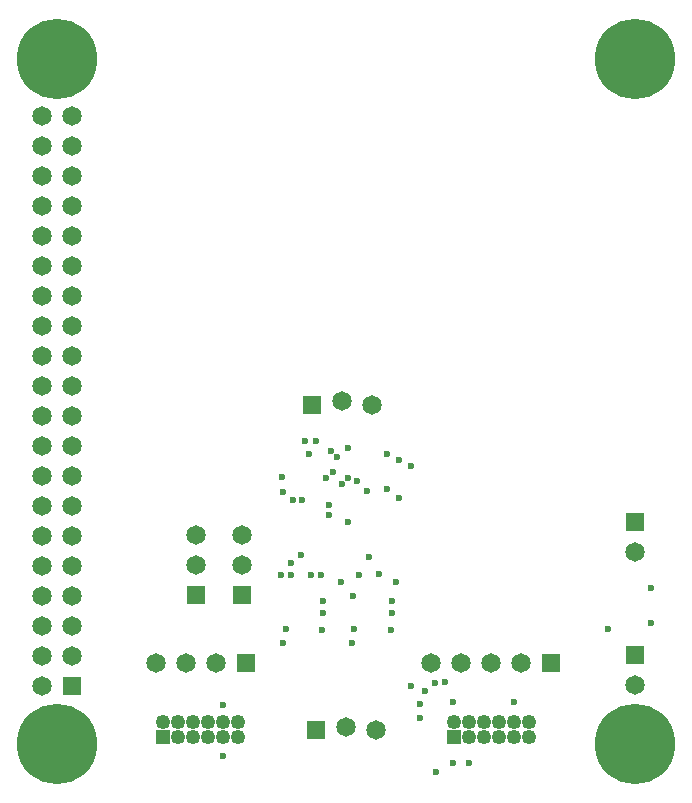
<source format=gbs>
G04*
G04 #@! TF.GenerationSoftware,Altium Limited,Altium Designer,21.7.2 (23)*
G04*
G04 Layer_Color=16711935*
%FSLAX25Y25*%
%MOIN*%
G70*
G04*
G04 #@! TF.SameCoordinates,72A3C6AD-17B6-4F61-9830-52E5D45F99D0*
G04*
G04*
G04 #@! TF.FilePolarity,Negative*
G04*
G01*
G75*
%ADD30C,0.06496*%
%ADD31R,0.06496X0.06496*%
%ADD32C,0.04921*%
%ADD33R,0.04921X0.04921*%
%ADD34R,0.06496X0.06496*%
%ADD35C,0.02362*%
%ADD36C,0.26772*%
D30*
X340945Y185984D02*
D03*
Y175984D02*
D03*
X385591Y121260D02*
D03*
X375590Y122047D02*
D03*
X374410Y230709D02*
D03*
X384409Y229528D02*
D03*
X404016Y143307D02*
D03*
X414016D02*
D03*
X424016D02*
D03*
X434016D02*
D03*
X325590Y175984D02*
D03*
Y185984D02*
D03*
X312126Y143307D02*
D03*
X322126D02*
D03*
X332126D02*
D03*
X472047Y136063D02*
D03*
Y180315D02*
D03*
X274252Y325827D02*
D03*
X284252D02*
D03*
X274252Y315827D02*
D03*
X284252D02*
D03*
X274252Y305827D02*
D03*
X284252D02*
D03*
X274252Y295827D02*
D03*
X284252D02*
D03*
X274252Y285827D02*
D03*
X284252D02*
D03*
X274252Y275827D02*
D03*
X284252D02*
D03*
X274252Y265827D02*
D03*
X284252D02*
D03*
X274252Y255827D02*
D03*
X284252D02*
D03*
X274252Y245827D02*
D03*
X284252D02*
D03*
X274252Y235827D02*
D03*
X284252D02*
D03*
X274252Y225827D02*
D03*
X284252D02*
D03*
X274252Y215827D02*
D03*
X284252D02*
D03*
X274252Y205827D02*
D03*
X284252D02*
D03*
X274252Y195827D02*
D03*
X284252D02*
D03*
X274252Y185827D02*
D03*
X284252D02*
D03*
X274252Y175827D02*
D03*
X284252D02*
D03*
X274252Y165827D02*
D03*
X284252D02*
D03*
X274252Y155827D02*
D03*
X284252D02*
D03*
X274252Y145827D02*
D03*
X284252D02*
D03*
X274252Y135827D02*
D03*
D31*
X340945Y165984D02*
D03*
X325590D02*
D03*
X472047Y146063D02*
D03*
Y190315D02*
D03*
X284252Y135827D02*
D03*
D32*
X436614Y123898D02*
D03*
X436614Y118898D02*
D03*
X431614Y123898D02*
D03*
Y118898D02*
D03*
X426614Y123898D02*
D03*
X426614Y118898D02*
D03*
X421614Y123898D02*
D03*
Y118898D02*
D03*
X416614Y123898D02*
D03*
X416614Y118898D02*
D03*
X411614Y123898D02*
D03*
X314567Y123898D02*
D03*
X319567Y118898D02*
D03*
X319567Y123898D02*
D03*
X324567Y118898D02*
D03*
Y123898D02*
D03*
X329567Y118898D02*
D03*
X329567Y123898D02*
D03*
X334567Y118898D02*
D03*
Y123898D02*
D03*
X339567Y118898D02*
D03*
Y123898D02*
D03*
D33*
X411614Y118898D02*
D03*
X314567Y118898D02*
D03*
D34*
X365591Y121260D02*
D03*
X364409Y229528D02*
D03*
X444016Y143307D02*
D03*
X342126D02*
D03*
D35*
X361811Y217323D02*
D03*
X405118Y136614D02*
D03*
X401968Y134252D02*
D03*
X397244Y135827D02*
D03*
X405512Y107087D02*
D03*
X408661Y137008D02*
D03*
X393307Y198425D02*
D03*
X416535Y110236D02*
D03*
X389370Y201575D02*
D03*
X397376Y209116D02*
D03*
X354724Y200394D02*
D03*
X389370Y212992D02*
D03*
X393307Y211024D02*
D03*
X376378Y214961D02*
D03*
X431496Y130315D02*
D03*
X372441Y212205D02*
D03*
X370472Y214173D02*
D03*
X365748Y217323D02*
D03*
X379134Y203937D02*
D03*
X376378Y205118D02*
D03*
X357087Y176772D02*
D03*
X354331Y205512D02*
D03*
X363386Y212992D02*
D03*
X357087Y172835D02*
D03*
X353858Y172756D02*
D03*
X363779Y172835D02*
D03*
X357874Y197638D02*
D03*
X334646Y112598D02*
D03*
Y129528D02*
D03*
X371260Y207087D02*
D03*
X368898Y205118D02*
D03*
X383148Y178663D02*
D03*
X382677Y200787D02*
D03*
X374410Y203150D02*
D03*
X370079Y192913D02*
D03*
X361024Y197638D02*
D03*
X370079Y196063D02*
D03*
X376378Y190551D02*
D03*
X374016Y170472D02*
D03*
X379921Y172835D02*
D03*
X386422Y173198D02*
D03*
X392404Y170474D02*
D03*
X360438Y179385D02*
D03*
X367323Y172835D02*
D03*
X411417Y130315D02*
D03*
Y110236D02*
D03*
X400394Y125197D02*
D03*
X377933Y165905D02*
D03*
X462992Y154724D02*
D03*
X477165Y168504D02*
D03*
Y156693D02*
D03*
X400394Y129921D02*
D03*
X377559Y150000D02*
D03*
X390773Y160093D02*
D03*
Y164268D02*
D03*
X390551Y154331D02*
D03*
X378346Y154724D02*
D03*
X367929Y164251D02*
D03*
X367961Y160237D02*
D03*
X367717Y154331D02*
D03*
X354724Y150000D02*
D03*
X355512Y154724D02*
D03*
D36*
X472047Y344882D02*
D03*
X279134D02*
D03*
Y116535D02*
D03*
X472047D02*
D03*
M02*

</source>
